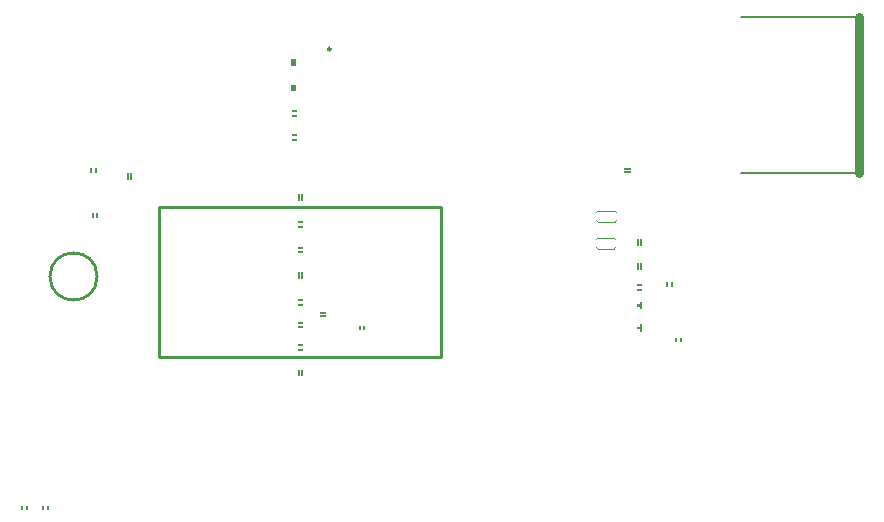
<source format=gto>
G04*
G04 #@! TF.GenerationSoftware,Altium Limited,Altium Designer,20.2.6 (244)*
G04*
G04 Layer_Color=65535*
%FSLAX24Y24*%
%MOIN*%
G70*
G04*
G04 #@! TF.SameCoordinates,497DB355-11F3-479B-B1E2-BDA1D3AC948B*
G04*
G04*
G04 #@! TF.FilePolarity,Positive*
G04*
G01*
G75*
%ADD10C,0.0040*%
%ADD11C,0.0100*%
%ADD12C,0.0098*%
%ADD13C,0.0010*%
%ADD14C,0.0079*%
%ADD15C,0.0300*%
G36*
X29165Y35160D02*
X29130D01*
Y35340D01*
X29165D01*
Y35160D01*
D02*
G37*
G36*
X29070D02*
X29035D01*
Y35340D01*
X29070D01*
Y35160D01*
D02*
G37*
G36*
X29165Y34310D02*
X29130D01*
Y34490D01*
X29165D01*
Y34310D01*
D02*
G37*
G36*
X29070D02*
X29035D01*
Y34490D01*
X29070D01*
Y34310D01*
D02*
G37*
G36*
X29215Y33610D02*
X29085D01*
X29085Y33645D01*
X29215D01*
X29215Y33610D01*
D02*
G37*
G36*
X29215Y33455D02*
X29085D01*
Y33490D01*
X29215D01*
Y33455D01*
D02*
G37*
G36*
X29215Y32810D02*
X29085D01*
X29085Y32845D01*
X29215D01*
X29215Y32810D01*
D02*
G37*
G36*
X29215Y32655D02*
X29085D01*
Y32690D01*
X29215D01*
Y32655D01*
D02*
G37*
G36*
X40340Y31680D02*
X40160D01*
Y31715D01*
X40340D01*
Y31680D01*
D02*
G37*
G36*
Y31585D02*
X40160D01*
Y31620D01*
X40340D01*
Y31585D01*
D02*
G37*
G36*
X22545D02*
X22510D01*
Y31715D01*
X22545D01*
Y31585D01*
D02*
G37*
G36*
X22390Y31715D02*
Y31585D01*
X22355Y31585D01*
Y31715D01*
X22390Y31715D01*
D02*
G37*
G36*
X23715Y31360D02*
X23680D01*
Y31540D01*
X23715D01*
Y31360D01*
D02*
G37*
G36*
X23620D02*
X23585D01*
Y31540D01*
X23620D01*
Y31360D01*
D02*
G37*
G36*
X29415Y30660D02*
X29380D01*
Y30840D01*
X29415D01*
Y30660D01*
D02*
G37*
G36*
X29320D02*
X29285D01*
Y30840D01*
X29320D01*
Y30660D01*
D02*
G37*
G36*
X22595Y30085D02*
X22560D01*
Y30215D01*
X22595D01*
Y30085D01*
D02*
G37*
G36*
X22440Y30215D02*
Y30085D01*
X22405Y30085D01*
Y30215D01*
X22440Y30215D01*
D02*
G37*
G36*
X29415Y29910D02*
X29285D01*
X29285Y29945D01*
X29415D01*
X29415Y29910D01*
D02*
G37*
G36*
X29415Y29755D02*
X29285D01*
Y29790D01*
X29415D01*
Y29755D01*
D02*
G37*
G36*
X40715Y29160D02*
X40680D01*
Y29340D01*
X40715D01*
Y29160D01*
D02*
G37*
G36*
X40620D02*
X40585D01*
Y29340D01*
X40620D01*
Y29160D01*
D02*
G37*
G36*
X29415Y29060D02*
X29285D01*
Y29095D01*
X29415D01*
Y29060D01*
D02*
G37*
G36*
Y28905D02*
X29285D01*
X29285Y28940D01*
X29415D01*
X29415Y28905D01*
D02*
G37*
G36*
X40715Y28360D02*
X40680D01*
Y28540D01*
X40715D01*
Y28360D01*
D02*
G37*
G36*
X40620D02*
X40585D01*
Y28540D01*
X40620D01*
Y28360D01*
D02*
G37*
G36*
X29415Y28060D02*
X29380D01*
Y28240D01*
X29415D01*
Y28060D01*
D02*
G37*
G36*
X29320D02*
X29285D01*
Y28240D01*
X29320D01*
Y28060D01*
D02*
G37*
G36*
X40715Y27810D02*
X40585D01*
X40585Y27845D01*
X40715D01*
X40715Y27810D01*
D02*
G37*
G36*
X41745Y27785D02*
X41710Y27785D01*
Y27915D01*
X41745Y27915D01*
Y27785D01*
D02*
G37*
G36*
X41590D02*
X41555D01*
Y27915D01*
X41590D01*
Y27785D01*
D02*
G37*
G36*
X40715Y27655D02*
X40585D01*
Y27690D01*
X40715D01*
Y27655D01*
D02*
G37*
G36*
X29415Y27310D02*
X29285D01*
Y27345D01*
X29415D01*
Y27310D01*
D02*
G37*
G36*
Y27155D02*
X29285D01*
X29285Y27190D01*
X29415D01*
X29415Y27155D01*
D02*
G37*
G36*
X40705Y27045D02*
X40665D01*
Y27125D01*
X40595D01*
Y27175D01*
X40665D01*
Y27255D01*
X40705D01*
Y27045D01*
D02*
G37*
G36*
X30190Y26880D02*
X30010D01*
Y26915D01*
X30190D01*
Y26880D01*
D02*
G37*
G36*
Y26785D02*
X30010D01*
Y26820D01*
X30190D01*
Y26785D01*
D02*
G37*
G36*
X29415Y26560D02*
X29285D01*
Y26595D01*
X29415D01*
Y26560D01*
D02*
G37*
G36*
Y26405D02*
X29285D01*
X29285Y26440D01*
X29415D01*
X29415Y26405D01*
D02*
G37*
G36*
X31495Y26335D02*
X31460D01*
Y26465D01*
X31495D01*
Y26335D01*
D02*
G37*
G36*
X31340Y26465D02*
Y26335D01*
X31305Y26335D01*
Y26465D01*
X31340Y26465D01*
D02*
G37*
G36*
X40705Y26295D02*
X40665D01*
Y26375D01*
X40595D01*
Y26425D01*
X40665D01*
Y26505D01*
X40705D01*
Y26295D01*
D02*
G37*
G36*
X42045Y25935D02*
X42010D01*
Y26065D01*
X42045D01*
Y25935D01*
D02*
G37*
G36*
X41890Y26065D02*
Y25935D01*
X41855Y25935D01*
Y26065D01*
X41890Y26065D01*
D02*
G37*
G36*
X29415Y25810D02*
X29285D01*
Y25845D01*
X29415D01*
Y25810D01*
D02*
G37*
G36*
Y25655D02*
X29285D01*
X29285Y25690D01*
X29415D01*
X29415Y25655D01*
D02*
G37*
G36*
Y24810D02*
X29380D01*
Y24990D01*
X29415D01*
Y24810D01*
D02*
G37*
G36*
X29320D02*
X29285D01*
Y24990D01*
X29320D01*
Y24810D01*
D02*
G37*
G36*
X20945Y20335D02*
X20910D01*
Y20465D01*
X20945D01*
Y20335D01*
D02*
G37*
G36*
X20790Y20465D02*
Y20335D01*
X20755Y20335D01*
Y20465D01*
X20790Y20465D01*
D02*
G37*
G36*
X20245Y20335D02*
X20210D01*
Y20465D01*
X20245D01*
Y20335D01*
D02*
G37*
G36*
X20090Y20465D02*
Y20335D01*
X20055Y20335D01*
Y20465D01*
X20090Y20465D01*
D02*
G37*
D10*
X39880Y29330D02*
G03*
X39830Y29380I-50J0D01*
G01*
X39270D02*
G03*
X39220Y29330I0J-50D01*
G01*
Y29070D02*
G03*
X39270Y29020I50J0D01*
G01*
X39830D02*
G03*
X39880Y29070I0J50D01*
G01*
X39900Y30230D02*
G03*
X39850Y30280I-50J0D01*
G01*
X39290D02*
G03*
X39240Y30230I0J-50D01*
G01*
Y29970D02*
G03*
X39290Y29920I50J0D01*
G01*
X39850D02*
G03*
X39900Y29970I0J50D01*
G01*
X39270Y29380D02*
X39830D01*
X39270Y29020D02*
X39830D01*
X39290Y30280D02*
X39850D01*
X39290Y29920D02*
X39850D01*
D11*
X22587Y28100D02*
G03*
X22587Y28100I-787J0D01*
G01*
X34050Y25422D02*
Y30422D01*
X24650D02*
X34050D01*
X24650Y25422D02*
X34050D01*
X24650D02*
Y30422D01*
D12*
X30377Y35678D02*
G03*
X30377Y35678I-49J0D01*
G01*
D13*
X42045Y25935D02*
Y26065D01*
X42010Y25935D02*
X42045D01*
X42010D02*
Y26065D01*
X42045D01*
X41855Y25935D02*
X41890Y25935D01*
Y26065D01*
X41855Y26065D02*
X41890Y26065D01*
X41855Y25935D02*
Y26065D01*
X40665Y26295D02*
X40705D01*
X40595Y26425D02*
X40665D01*
X40595Y26375D02*
X40665D01*
Y26505D02*
X40705D01*
X40665Y26425D02*
Y26505D01*
X40595Y26375D02*
Y26425D01*
X40665Y26295D02*
Y26375D01*
X40705Y26295D02*
Y26505D01*
X40585Y27655D02*
X40715D01*
X40585D02*
Y27690D01*
X40715D01*
Y27655D02*
Y27690D01*
X40585Y27845D02*
X40585Y27810D01*
X40715D01*
X40715Y27845D01*
X40585D02*
X40715D01*
X30010Y26785D02*
Y26820D01*
X30190Y26785D02*
Y26820D01*
X30010D02*
X30190D01*
X30010Y26785D02*
X30190D01*
X30010Y26915D02*
X30190D01*
X30010Y26880D02*
X30190D01*
X30010D02*
Y26915D01*
X30190Y26880D02*
Y26915D01*
X31495Y26335D02*
Y26465D01*
X31460Y26335D02*
X31495D01*
X31460D02*
Y26465D01*
X31495D01*
X31305Y26335D02*
X31340Y26335D01*
Y26465D01*
X31305Y26465D02*
X31340Y26465D01*
X31305Y26335D02*
Y26465D01*
X29285Y27345D02*
X29415D01*
Y27310D02*
Y27345D01*
X29285Y27310D02*
X29415D01*
X29285D02*
Y27345D01*
X29415Y27190D02*
X29415Y27155D01*
X29285Y27190D02*
X29415D01*
X29285Y27155D02*
X29285Y27190D01*
X29285Y27155D02*
X29415D01*
X20245Y20335D02*
Y20465D01*
X20210Y20335D02*
X20245D01*
X20210D02*
Y20465D01*
X20245D01*
X20055Y20335D02*
X20090Y20335D01*
Y20465D01*
X20055Y20465D02*
X20090Y20465D01*
X20055Y20335D02*
Y20465D01*
X20945Y20335D02*
Y20465D01*
X20910Y20335D02*
X20945D01*
X20910D02*
Y20465D01*
X20945D01*
X20755Y20335D02*
X20790Y20335D01*
Y20465D01*
X20755Y20465D02*
X20790Y20465D01*
X20755Y20335D02*
Y20465D01*
X40680Y29160D02*
X40715D01*
X40680Y29340D02*
X40715D01*
X40680Y29160D02*
Y29340D01*
X40715Y29160D02*
Y29340D01*
X40585Y29160D02*
Y29340D01*
X40620Y29160D02*
Y29340D01*
X40585Y29160D02*
X40620D01*
X40585Y29340D02*
X40620D01*
X40680Y28360D02*
X40715D01*
X40680Y28540D02*
X40715D01*
X40680Y28360D02*
Y28540D01*
X40715Y28360D02*
Y28540D01*
X40585Y28360D02*
Y28540D01*
X40620Y28360D02*
Y28540D01*
X40585Y28360D02*
X40620D01*
X40585Y28540D02*
X40620D01*
X29285Y29945D02*
X29415D01*
X29415Y29910D02*
X29415Y29945D01*
X29285Y29910D02*
X29415D01*
X29285Y29945D02*
X29285Y29910D01*
X29415Y29755D02*
Y29790D01*
X29285D02*
X29415D01*
X29285Y29755D02*
Y29790D01*
Y29755D02*
X29415D01*
X29380Y28060D02*
X29415D01*
X29380Y28240D02*
X29415D01*
X29380Y28060D02*
Y28240D01*
X29415Y28060D02*
Y28240D01*
X29285Y28060D02*
Y28240D01*
X29320Y28060D02*
Y28240D01*
X29285Y28060D02*
X29320D01*
X29285Y28240D02*
X29320D01*
X29380Y30660D02*
X29415D01*
X29380Y30840D02*
X29415D01*
X29380Y30660D02*
Y30840D01*
X29415Y30660D02*
Y30840D01*
X29285Y30660D02*
Y30840D01*
X29320Y30660D02*
Y30840D01*
X29285Y30660D02*
X29320D01*
X29285Y30840D02*
X29320D01*
X29285Y28905D02*
X29415D01*
X29285D02*
X29285Y28940D01*
X29415D01*
X29415Y28905D01*
X29285Y29060D02*
Y29095D01*
Y29060D02*
X29415D01*
Y29095D01*
X29285D02*
X29415D01*
X29285Y24990D02*
X29320D01*
X29285Y24810D02*
X29320D01*
Y24990D01*
X29285Y24810D02*
Y24990D01*
X29415Y24810D02*
Y24990D01*
X29380Y24810D02*
Y24990D01*
X29415D01*
X29380Y24810D02*
X29415D01*
X29285Y25655D02*
X29415D01*
X29285D02*
X29285Y25690D01*
X29415D01*
X29415Y25655D01*
X29285Y25810D02*
Y25845D01*
Y25810D02*
X29415D01*
Y25845D01*
X29285D02*
X29415D01*
X29285Y26405D02*
X29415D01*
X29285D02*
X29285Y26440D01*
X29415D01*
X29415Y26405D01*
X29285Y26560D02*
Y26595D01*
Y26560D02*
X29415D01*
Y26595D01*
X29285D02*
X29415D01*
X40705Y27045D02*
Y27255D01*
X40665Y27045D02*
Y27125D01*
X40595D02*
Y27175D01*
X40665D02*
Y27255D01*
X40705D01*
X40595Y27125D02*
X40665D01*
X40595Y27175D02*
X40665D01*
Y27045D02*
X40705D01*
X40160Y31585D02*
Y31620D01*
X40340Y31585D02*
Y31620D01*
X40160D02*
X40340D01*
X40160Y31585D02*
X40340D01*
X40160Y31715D02*
X40340D01*
X40160Y31680D02*
X40340D01*
X40160D02*
Y31715D01*
X40340Y31680D02*
Y31715D01*
X29085Y33645D02*
X29215D01*
X29215Y33610D02*
X29215Y33645D01*
X29085Y33610D02*
X29215D01*
X29085Y33645D02*
X29085Y33610D01*
X29215Y33455D02*
Y33490D01*
X29085D02*
X29215D01*
X29085Y33455D02*
Y33490D01*
Y33455D02*
X29215D01*
X41745Y27785D02*
Y27915D01*
X41710Y27785D02*
X41745Y27785D01*
X41710Y27785D02*
Y27915D01*
X41745Y27915D01*
X41555Y27785D02*
X41590D01*
Y27915D01*
X41555D02*
X41590D01*
X41555Y27785D02*
Y27915D01*
X22355Y31585D02*
Y31715D01*
X22390Y31715D01*
Y31585D02*
Y31715D01*
X22355Y31585D02*
X22390Y31585D01*
X22510Y31715D02*
X22545D01*
X22510Y31585D02*
Y31715D01*
Y31585D02*
X22545D01*
Y31715D01*
X22405Y30085D02*
Y30215D01*
X22440Y30215D01*
Y30085D02*
Y30215D01*
X22405Y30085D02*
X22440Y30085D01*
X22560Y30215D02*
X22595D01*
X22560Y30085D02*
Y30215D01*
Y30085D02*
X22595D01*
Y30215D01*
X29085Y32845D02*
X29215D01*
X29215Y32810D02*
X29215Y32845D01*
X29085Y32810D02*
X29215D01*
X29085Y32845D02*
X29085Y32810D01*
X29215Y32655D02*
Y32690D01*
X29085D02*
X29215D01*
X29085Y32655D02*
Y32690D01*
Y32655D02*
X29215D01*
X29035Y35340D02*
X29070D01*
X29035Y35160D02*
X29070D01*
Y35340D01*
X29035Y35160D02*
Y35340D01*
X29165Y35160D02*
Y35340D01*
X29130Y35160D02*
Y35340D01*
X29165D01*
X29130Y35160D02*
X29165D01*
X29130Y34310D02*
X29165D01*
X29130Y34490D02*
X29165D01*
X29130Y34310D02*
Y34490D01*
X29165Y34310D02*
Y34490D01*
X29035Y34310D02*
Y34490D01*
X29070Y34310D02*
Y34490D01*
X29035Y34310D02*
X29070D01*
X29035Y34490D02*
X29070D01*
X23680Y31360D02*
X23715D01*
X23680Y31540D02*
X23715D01*
X23680Y31360D02*
Y31540D01*
X23715Y31360D02*
Y31540D01*
X23585Y31360D02*
Y31540D01*
X23620Y31360D02*
Y31540D01*
X23585Y31360D02*
X23620D01*
X23585Y31540D02*
X23620D01*
D14*
X46264Y36748D02*
X47976D01*
X44039D02*
X46264D01*
X44039Y31552D02*
X46264D01*
X47976D01*
D15*
Y36748D01*
M02*

</source>
